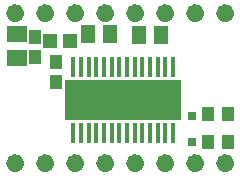
<source format=gbs>
G04 #@! TF.GenerationSoftware,KiCad,Pcbnew,5.1.6-c6e7f7d~87~ubuntu18.04.1*
G04 #@! TF.CreationDate,2020-09-14T18:26:16+02:00*
G04 #@! TF.ProjectId,cooldrv,636f6f6c-6472-4762-9e6b-696361645f70,rev?*
G04 #@! TF.SameCoordinates,Original*
G04 #@! TF.FileFunction,Soldermask,Bot*
G04 #@! TF.FilePolarity,Negative*
%FSLAX46Y46*%
G04 Gerber Fmt 4.6, Leading zero omitted, Abs format (unit mm)*
G04 Created by KiCad (PCBNEW 5.1.6-c6e7f7d~87~ubuntu18.04.1) date 2020-09-14 18:26:16*
%MOMM*%
%LPD*%
G01*
G04 APERTURE LIST*
%ADD10C,0.800000*%
%ADD11C,0.100000*%
%ADD12R,9.801600X3.501600*%
%ADD13R,0.401600X1.701600*%
%ADD14C,0.711200*%
%ADD15R,1.201600X1.601600*%
%ADD16R,1.701600X1.401600*%
%ADD17R,1.151600X1.181600*%
%ADD18R,1.101600X1.201600*%
%ADD19R,0.701600X0.701600*%
G04 APERTURE END LIST*
D10*
X157730000Y-98660000D02*
G75*
G03*
X157730000Y-98660000I-400000J0D01*
G01*
X155190000Y-98660000D02*
G75*
G03*
X155190000Y-98660000I-400000J0D01*
G01*
X152650000Y-98660000D02*
G75*
G03*
X152650000Y-98660000I-400000J0D01*
G01*
X150110000Y-98660000D02*
G75*
G03*
X150110000Y-98660000I-400000J0D01*
G01*
X147570000Y-98660000D02*
G75*
G03*
X147570000Y-98660000I-400000J0D01*
G01*
X145030000Y-98660000D02*
G75*
G03*
X145030000Y-98660000I-400000J0D01*
G01*
X142490000Y-98660000D02*
G75*
G03*
X142490000Y-98660000I-400000J0D01*
G01*
X139950000Y-98660000D02*
G75*
G03*
X139950000Y-98660000I-400000J0D01*
G01*
X157730000Y-111360000D02*
G75*
G03*
X157730000Y-111360000I-400000J0D01*
G01*
X155190000Y-111360000D02*
G75*
G03*
X155190000Y-111360000I-400000J0D01*
G01*
X152650000Y-111360000D02*
G75*
G03*
X152650000Y-111360000I-400000J0D01*
G01*
X150110000Y-111360000D02*
G75*
G03*
X150110000Y-111360000I-400000J0D01*
G01*
X147570000Y-111360000D02*
G75*
G03*
X147570000Y-111360000I-400000J0D01*
G01*
X145030000Y-111360000D02*
G75*
G03*
X145030000Y-111360000I-400000J0D01*
G01*
X142490000Y-111360000D02*
G75*
G03*
X142490000Y-111360000I-400000J0D01*
G01*
X139950000Y-111360000D02*
G75*
G03*
X139950000Y-111360000I-400000J0D01*
G01*
D11*
G04 #@! TO.C,U$1*
G36*
X147188600Y-104463600D02*
G01*
X147188600Y-107463600D01*
X146288600Y-107463600D01*
X146288600Y-104463600D01*
X147188600Y-104463600D01*
G37*
G36*
X148488600Y-104463600D02*
G01*
X148488600Y-107463600D01*
X147588600Y-107463600D01*
X147588600Y-104463600D01*
X148488600Y-104463600D01*
G37*
G36*
X149788600Y-104463600D02*
G01*
X149788600Y-107463600D01*
X148888600Y-107463600D01*
X148888600Y-104463600D01*
X149788600Y-104463600D01*
G37*
G36*
X151088600Y-104463600D02*
G01*
X151088600Y-107463600D01*
X150188600Y-107463600D01*
X150188600Y-104463600D01*
X151088600Y-104463600D01*
G37*
G36*
X151288600Y-106163600D02*
G01*
X151288600Y-107063600D01*
X146088600Y-107063600D01*
X146088600Y-106163600D01*
X151288600Y-106163600D01*
G37*
G36*
X151288600Y-104863600D02*
G01*
X151288600Y-105763600D01*
X146088600Y-105763600D01*
X146088600Y-104863600D01*
X151288600Y-104863600D01*
G37*
G04 #@! TD*
D12*
G04 #@! TO.C,U$1*
X148688600Y-105963600D03*
D13*
X144463600Y-108763600D03*
X145113600Y-108763600D03*
X145763600Y-108763600D03*
X146413600Y-108763600D03*
X147063600Y-108763600D03*
X147713600Y-108763600D03*
X148363600Y-108763600D03*
X149013600Y-108763600D03*
X149663600Y-108763600D03*
X150313600Y-108763600D03*
X150963600Y-108763600D03*
X151613600Y-108763600D03*
X152263600Y-108763600D03*
X152913600Y-108763600D03*
X152913600Y-103163600D03*
X152263600Y-103163600D03*
X151613600Y-103163600D03*
X150963600Y-103163600D03*
X150313600Y-103163600D03*
X149663600Y-103163600D03*
X149013600Y-103163600D03*
X148363600Y-103163600D03*
X147713600Y-103163600D03*
X147063600Y-103163600D03*
X146413600Y-103163600D03*
X145763600Y-103163600D03*
X145113600Y-103163600D03*
X144463600Y-103163600D03*
D14*
X152588600Y-107263600D03*
X152588600Y-105963600D03*
X152588600Y-104663600D03*
X151288600Y-104663600D03*
X151288600Y-105963600D03*
X151288600Y-107263600D03*
X149988600Y-107263600D03*
X149988600Y-105963600D03*
X149988600Y-104663600D03*
X144788600Y-104663600D03*
X144788600Y-107263600D03*
X144788600Y-105963600D03*
X146088600Y-104663600D03*
X146088600Y-107263600D03*
X146088600Y-105963600D03*
X147388600Y-104663600D03*
X147388600Y-107263600D03*
X147388600Y-105963600D03*
X148688600Y-104663600D03*
X148688600Y-107263600D03*
X148688600Y-105963600D03*
G04 #@! TD*
D15*
G04 #@! TO.C,R1*
X151934600Y-100483600D03*
X150034600Y-100483600D03*
G04 #@! TD*
G04 #@! TO.C,R2*
X147578600Y-100448600D03*
X145678600Y-100448600D03*
G04 #@! TD*
D16*
G04 #@! TO.C,C3*
X139723600Y-100428600D03*
X139723600Y-102428600D03*
G04 #@! TD*
D17*
G04 #@! TO.C,C4*
X142473600Y-101033600D03*
X144223600Y-101033600D03*
G04 #@! TD*
D18*
G04 #@! TO.C,C6*
X142983600Y-104453600D03*
X142983600Y-102753600D03*
G04 #@! TD*
G04 #@! TO.C,R5*
X157593600Y-107178600D03*
X155893600Y-107178600D03*
G04 #@! TD*
D19*
G04 #@! TO.C,D1*
X154518600Y-107348600D03*
X154518600Y-109548600D03*
G04 #@! TD*
D18*
G04 #@! TO.C,R3*
X157598600Y-109548600D03*
X155898600Y-109548600D03*
G04 #@! TD*
G04 #@! TO.C,C1*
X141268600Y-100673600D03*
X141268600Y-102373600D03*
G04 #@! TD*
M02*

</source>
